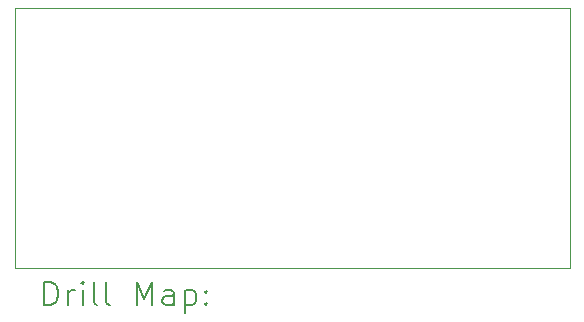
<source format=gbr>
%TF.GenerationSoftware,KiCad,Pcbnew,(6.0.8)*%
%TF.CreationDate,2022-11-18T22:41:02+01:00*%
%TF.ProjectId,Single-DCDC-Converter,53696e67-6c65-42d4-9443-44432d436f6e,rev?*%
%TF.SameCoordinates,Original*%
%TF.FileFunction,Drillmap*%
%TF.FilePolarity,Positive*%
%FSLAX45Y45*%
G04 Gerber Fmt 4.5, Leading zero omitted, Abs format (unit mm)*
G04 Created by KiCad (PCBNEW (6.0.8)) date 2022-11-18 22:41:02*
%MOMM*%
%LPD*%
G01*
G04 APERTURE LIST*
%ADD10C,0.100000*%
%ADD11C,0.200000*%
G04 APERTURE END LIST*
D10*
X11936620Y-5968820D02*
X7236620Y-5968820D01*
X7236620Y-5968820D02*
X7236620Y-8168820D01*
X7236620Y-8168820D02*
X11936620Y-8168820D01*
X11936620Y-8168820D02*
X11936620Y-5968820D01*
D11*
X7489239Y-8484296D02*
X7489239Y-8284296D01*
X7536858Y-8284296D01*
X7565429Y-8293820D01*
X7584477Y-8312868D01*
X7594001Y-8331915D01*
X7603525Y-8370010D01*
X7603525Y-8398582D01*
X7594001Y-8436677D01*
X7584477Y-8455725D01*
X7565429Y-8474772D01*
X7536858Y-8484296D01*
X7489239Y-8484296D01*
X7689239Y-8484296D02*
X7689239Y-8350963D01*
X7689239Y-8389058D02*
X7698763Y-8370010D01*
X7708287Y-8360487D01*
X7727334Y-8350963D01*
X7746382Y-8350963D01*
X7813048Y-8484296D02*
X7813048Y-8350963D01*
X7813048Y-8284296D02*
X7803525Y-8293820D01*
X7813048Y-8303344D01*
X7822572Y-8293820D01*
X7813048Y-8284296D01*
X7813048Y-8303344D01*
X7936858Y-8484296D02*
X7917810Y-8474772D01*
X7908287Y-8455725D01*
X7908287Y-8284296D01*
X8041620Y-8484296D02*
X8022572Y-8474772D01*
X8013048Y-8455725D01*
X8013048Y-8284296D01*
X8270191Y-8484296D02*
X8270191Y-8284296D01*
X8336858Y-8427153D01*
X8403525Y-8284296D01*
X8403525Y-8484296D01*
X8584477Y-8484296D02*
X8584477Y-8379534D01*
X8574953Y-8360487D01*
X8555906Y-8350963D01*
X8517810Y-8350963D01*
X8498763Y-8360487D01*
X8584477Y-8474772D02*
X8565430Y-8484296D01*
X8517810Y-8484296D01*
X8498763Y-8474772D01*
X8489239Y-8455725D01*
X8489239Y-8436677D01*
X8498763Y-8417630D01*
X8517810Y-8408106D01*
X8565430Y-8408106D01*
X8584477Y-8398582D01*
X8679715Y-8350963D02*
X8679715Y-8550963D01*
X8679715Y-8360487D02*
X8698763Y-8350963D01*
X8736858Y-8350963D01*
X8755906Y-8360487D01*
X8765430Y-8370010D01*
X8774953Y-8389058D01*
X8774953Y-8446201D01*
X8765430Y-8465249D01*
X8755906Y-8474772D01*
X8736858Y-8484296D01*
X8698763Y-8484296D01*
X8679715Y-8474772D01*
X8860668Y-8465249D02*
X8870191Y-8474772D01*
X8860668Y-8484296D01*
X8851144Y-8474772D01*
X8860668Y-8465249D01*
X8860668Y-8484296D01*
X8860668Y-8360487D02*
X8870191Y-8370010D01*
X8860668Y-8379534D01*
X8851144Y-8370010D01*
X8860668Y-8360487D01*
X8860668Y-8379534D01*
M02*

</source>
